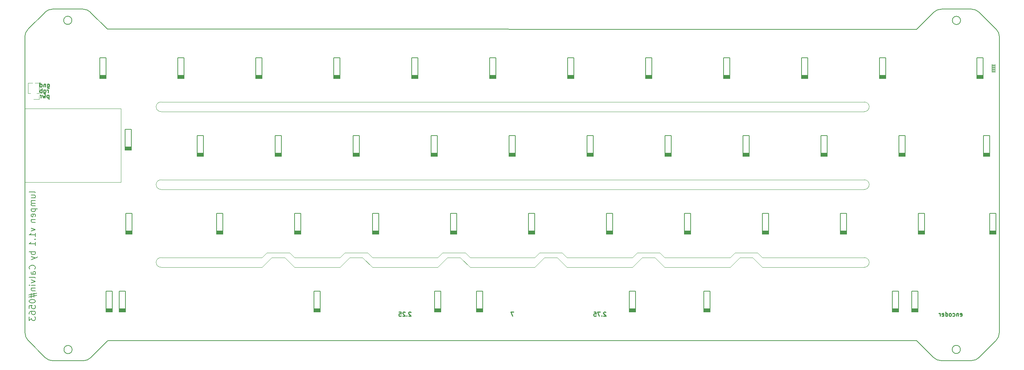
<source format=gbr>
%TF.GenerationSoftware,KiCad,Pcbnew,(7.0.0)*%
%TF.CreationDate,2023-04-22T21:46:50+02:00*%
%TF.ProjectId,lumpen,6c756d70-656e-42e6-9b69-6361645f7063,rev?*%
%TF.SameCoordinates,Original*%
%TF.FileFunction,Legend,Bot*%
%TF.FilePolarity,Positive*%
%FSLAX46Y46*%
G04 Gerber Fmt 4.6, Leading zero omitted, Abs format (unit mm)*
G04 Created by KiCad (PCBNEW (7.0.0)) date 2023-04-22 21:46:50*
%MOMM*%
%LPD*%
G01*
G04 APERTURE LIST*
%ADD10C,0.250000*%
%ADD11C,0.150000*%
%ADD12C,0.050000*%
%ADD13C,0.120000*%
%TA.AperFunction,Profile*%
%ADD14C,0.100000*%
%TD*%
%TA.AperFunction,Profile*%
%ADD15C,0.200000*%
%TD*%
G04 APERTURE END LIST*
D10*
X24923618Y-63708714D02*
X24923618Y-64708714D01*
X24923618Y-63756333D02*
X24828380Y-63708714D01*
X24828380Y-63708714D02*
X24637904Y-63708714D01*
X24637904Y-63708714D02*
X24542666Y-63756333D01*
X24542666Y-63756333D02*
X24495047Y-63803952D01*
X24495047Y-63803952D02*
X24447428Y-63899190D01*
X24447428Y-63899190D02*
X24447428Y-64184904D01*
X24447428Y-64184904D02*
X24495047Y-64280142D01*
X24495047Y-64280142D02*
X24542666Y-64327761D01*
X24542666Y-64327761D02*
X24637904Y-64375380D01*
X24637904Y-64375380D02*
X24828380Y-64375380D01*
X24828380Y-64375380D02*
X24923618Y-64327761D01*
X24114094Y-63708714D02*
X23923618Y-64375380D01*
X23923618Y-64375380D02*
X23733142Y-63899190D01*
X23733142Y-63899190D02*
X23542666Y-64375380D01*
X23542666Y-64375380D02*
X23352190Y-63708714D01*
X22971237Y-64375380D02*
X22971237Y-63708714D01*
X22971237Y-63899190D02*
X22923618Y-63803952D01*
X22923618Y-63803952D02*
X22875999Y-63756333D01*
X22875999Y-63756333D02*
X22780761Y-63708714D01*
X22780761Y-63708714D02*
X22685523Y-63708714D01*
X113363189Y-116937619D02*
X113315570Y-116890000D01*
X113315570Y-116890000D02*
X113220332Y-116842380D01*
X113220332Y-116842380D02*
X112982237Y-116842380D01*
X112982237Y-116842380D02*
X112886999Y-116890000D01*
X112886999Y-116890000D02*
X112839380Y-116937619D01*
X112839380Y-116937619D02*
X112791761Y-117032857D01*
X112791761Y-117032857D02*
X112791761Y-117128095D01*
X112791761Y-117128095D02*
X112839380Y-117270952D01*
X112839380Y-117270952D02*
X113410808Y-117842380D01*
X113410808Y-117842380D02*
X112791761Y-117842380D01*
X112363189Y-117747142D02*
X112315570Y-117794761D01*
X112315570Y-117794761D02*
X112363189Y-117842380D01*
X112363189Y-117842380D02*
X112410808Y-117794761D01*
X112410808Y-117794761D02*
X112363189Y-117747142D01*
X112363189Y-117747142D02*
X112363189Y-117842380D01*
X111934618Y-116937619D02*
X111886999Y-116890000D01*
X111886999Y-116890000D02*
X111791761Y-116842380D01*
X111791761Y-116842380D02*
X111553666Y-116842380D01*
X111553666Y-116842380D02*
X111458428Y-116890000D01*
X111458428Y-116890000D02*
X111410809Y-116937619D01*
X111410809Y-116937619D02*
X111363190Y-117032857D01*
X111363190Y-117032857D02*
X111363190Y-117128095D01*
X111363190Y-117128095D02*
X111410809Y-117270952D01*
X111410809Y-117270952D02*
X111982237Y-117842380D01*
X111982237Y-117842380D02*
X111363190Y-117842380D01*
X110458428Y-116842380D02*
X110934618Y-116842380D01*
X110934618Y-116842380D02*
X110982237Y-117318571D01*
X110982237Y-117318571D02*
X110934618Y-117270952D01*
X110934618Y-117270952D02*
X110839380Y-117223333D01*
X110839380Y-117223333D02*
X110601285Y-117223333D01*
X110601285Y-117223333D02*
X110506047Y-117270952D01*
X110506047Y-117270952D02*
X110458428Y-117318571D01*
X110458428Y-117318571D02*
X110410809Y-117413809D01*
X110410809Y-117413809D02*
X110410809Y-117651904D01*
X110410809Y-117651904D02*
X110458428Y-117747142D01*
X110458428Y-117747142D02*
X110506047Y-117794761D01*
X110506047Y-117794761D02*
X110601285Y-117842380D01*
X110601285Y-117842380D02*
X110839380Y-117842380D01*
X110839380Y-117842380D02*
X110934618Y-117794761D01*
X110934618Y-117794761D02*
X110982237Y-117747142D01*
D11*
X21633071Y-87631144D02*
X21561642Y-87488287D01*
X21561642Y-87488287D02*
X21418785Y-87416858D01*
X21418785Y-87416858D02*
X20133071Y-87416858D01*
X20633071Y-88845430D02*
X21633071Y-88845430D01*
X20633071Y-88202572D02*
X21418785Y-88202572D01*
X21418785Y-88202572D02*
X21561642Y-88274001D01*
X21561642Y-88274001D02*
X21633071Y-88416858D01*
X21633071Y-88416858D02*
X21633071Y-88631144D01*
X21633071Y-88631144D02*
X21561642Y-88774001D01*
X21561642Y-88774001D02*
X21490214Y-88845430D01*
X21633071Y-89559715D02*
X20633071Y-89559715D01*
X20775928Y-89559715D02*
X20704500Y-89631144D01*
X20704500Y-89631144D02*
X20633071Y-89774001D01*
X20633071Y-89774001D02*
X20633071Y-89988287D01*
X20633071Y-89988287D02*
X20704500Y-90131144D01*
X20704500Y-90131144D02*
X20847357Y-90202573D01*
X20847357Y-90202573D02*
X21633071Y-90202573D01*
X20847357Y-90202573D02*
X20704500Y-90274001D01*
X20704500Y-90274001D02*
X20633071Y-90416858D01*
X20633071Y-90416858D02*
X20633071Y-90631144D01*
X20633071Y-90631144D02*
X20704500Y-90774001D01*
X20704500Y-90774001D02*
X20847357Y-90845430D01*
X20847357Y-90845430D02*
X21633071Y-90845430D01*
X20633071Y-91559715D02*
X22133071Y-91559715D01*
X20704500Y-91559715D02*
X20633071Y-91702573D01*
X20633071Y-91702573D02*
X20633071Y-91988287D01*
X20633071Y-91988287D02*
X20704500Y-92131144D01*
X20704500Y-92131144D02*
X20775928Y-92202573D01*
X20775928Y-92202573D02*
X20918785Y-92274001D01*
X20918785Y-92274001D02*
X21347357Y-92274001D01*
X21347357Y-92274001D02*
X21490214Y-92202573D01*
X21490214Y-92202573D02*
X21561642Y-92131144D01*
X21561642Y-92131144D02*
X21633071Y-91988287D01*
X21633071Y-91988287D02*
X21633071Y-91702573D01*
X21633071Y-91702573D02*
X21561642Y-91559715D01*
X21561642Y-93488287D02*
X21633071Y-93345430D01*
X21633071Y-93345430D02*
X21633071Y-93059716D01*
X21633071Y-93059716D02*
X21561642Y-92916858D01*
X21561642Y-92916858D02*
X21418785Y-92845430D01*
X21418785Y-92845430D02*
X20847357Y-92845430D01*
X20847357Y-92845430D02*
X20704500Y-92916858D01*
X20704500Y-92916858D02*
X20633071Y-93059716D01*
X20633071Y-93059716D02*
X20633071Y-93345430D01*
X20633071Y-93345430D02*
X20704500Y-93488287D01*
X20704500Y-93488287D02*
X20847357Y-93559716D01*
X20847357Y-93559716D02*
X20990214Y-93559716D01*
X20990214Y-93559716D02*
X21133071Y-92845430D01*
X20633071Y-94202572D02*
X21633071Y-94202572D01*
X20775928Y-94202572D02*
X20704500Y-94274001D01*
X20704500Y-94274001D02*
X20633071Y-94416858D01*
X20633071Y-94416858D02*
X20633071Y-94631144D01*
X20633071Y-94631144D02*
X20704500Y-94774001D01*
X20704500Y-94774001D02*
X20847357Y-94845430D01*
X20847357Y-94845430D02*
X21633071Y-94845430D01*
X20633071Y-96316858D02*
X21633071Y-96674001D01*
X21633071Y-96674001D02*
X20633071Y-97031144D01*
X21633071Y-98388287D02*
X21633071Y-97531144D01*
X21633071Y-97959715D02*
X20133071Y-97959715D01*
X20133071Y-97959715D02*
X20347357Y-97816858D01*
X20347357Y-97816858D02*
X20490214Y-97674001D01*
X20490214Y-97674001D02*
X20561642Y-97531144D01*
X21490214Y-99031143D02*
X21561642Y-99102572D01*
X21561642Y-99102572D02*
X21633071Y-99031143D01*
X21633071Y-99031143D02*
X21561642Y-98959715D01*
X21561642Y-98959715D02*
X21490214Y-99031143D01*
X21490214Y-99031143D02*
X21633071Y-99031143D01*
X21633071Y-100531144D02*
X21633071Y-99674001D01*
X21633071Y-100102572D02*
X20133071Y-100102572D01*
X20133071Y-100102572D02*
X20347357Y-99959715D01*
X20347357Y-99959715D02*
X20490214Y-99816858D01*
X20490214Y-99816858D02*
X20561642Y-99674001D01*
X21633071Y-102074000D02*
X20133071Y-102074000D01*
X20704500Y-102074000D02*
X20633071Y-102216858D01*
X20633071Y-102216858D02*
X20633071Y-102502572D01*
X20633071Y-102502572D02*
X20704500Y-102645429D01*
X20704500Y-102645429D02*
X20775928Y-102716858D01*
X20775928Y-102716858D02*
X20918785Y-102788286D01*
X20918785Y-102788286D02*
X21347357Y-102788286D01*
X21347357Y-102788286D02*
X21490214Y-102716858D01*
X21490214Y-102716858D02*
X21561642Y-102645429D01*
X21561642Y-102645429D02*
X21633071Y-102502572D01*
X21633071Y-102502572D02*
X21633071Y-102216858D01*
X21633071Y-102216858D02*
X21561642Y-102074000D01*
X20633071Y-103288286D02*
X21633071Y-103645429D01*
X20633071Y-104002572D02*
X21633071Y-103645429D01*
X21633071Y-103645429D02*
X21990214Y-103502572D01*
X21990214Y-103502572D02*
X22061642Y-103431143D01*
X22061642Y-103431143D02*
X22133071Y-103288286D01*
X21490214Y-106331143D02*
X21561642Y-106259715D01*
X21561642Y-106259715D02*
X21633071Y-106045429D01*
X21633071Y-106045429D02*
X21633071Y-105902572D01*
X21633071Y-105902572D02*
X21561642Y-105688286D01*
X21561642Y-105688286D02*
X21418785Y-105545429D01*
X21418785Y-105545429D02*
X21275928Y-105474000D01*
X21275928Y-105474000D02*
X20990214Y-105402572D01*
X20990214Y-105402572D02*
X20775928Y-105402572D01*
X20775928Y-105402572D02*
X20490214Y-105474000D01*
X20490214Y-105474000D02*
X20347357Y-105545429D01*
X20347357Y-105545429D02*
X20204500Y-105688286D01*
X20204500Y-105688286D02*
X20133071Y-105902572D01*
X20133071Y-105902572D02*
X20133071Y-106045429D01*
X20133071Y-106045429D02*
X20204500Y-106259715D01*
X20204500Y-106259715D02*
X20275928Y-106331143D01*
X21633071Y-107616858D02*
X20847357Y-107616858D01*
X20847357Y-107616858D02*
X20704500Y-107545429D01*
X20704500Y-107545429D02*
X20633071Y-107402572D01*
X20633071Y-107402572D02*
X20633071Y-107116858D01*
X20633071Y-107116858D02*
X20704500Y-106974000D01*
X21561642Y-107616858D02*
X21633071Y-107474000D01*
X21633071Y-107474000D02*
X21633071Y-107116858D01*
X21633071Y-107116858D02*
X21561642Y-106974000D01*
X21561642Y-106974000D02*
X21418785Y-106902572D01*
X21418785Y-106902572D02*
X21275928Y-106902572D01*
X21275928Y-106902572D02*
X21133071Y-106974000D01*
X21133071Y-106974000D02*
X21061642Y-107116858D01*
X21061642Y-107116858D02*
X21061642Y-107474000D01*
X21061642Y-107474000D02*
X20990214Y-107616858D01*
X21633071Y-108545429D02*
X21561642Y-108402572D01*
X21561642Y-108402572D02*
X21418785Y-108331143D01*
X21418785Y-108331143D02*
X20133071Y-108331143D01*
X20633071Y-108974000D02*
X21633071Y-109331143D01*
X21633071Y-109331143D02*
X20633071Y-109688286D01*
X21633071Y-110259714D02*
X20633071Y-110259714D01*
X20133071Y-110259714D02*
X20204500Y-110188286D01*
X20204500Y-110188286D02*
X20275928Y-110259714D01*
X20275928Y-110259714D02*
X20204500Y-110331143D01*
X20204500Y-110331143D02*
X20133071Y-110259714D01*
X20133071Y-110259714D02*
X20275928Y-110259714D01*
X20633071Y-110974000D02*
X21633071Y-110974000D01*
X20775928Y-110974000D02*
X20704500Y-111045429D01*
X20704500Y-111045429D02*
X20633071Y-111188286D01*
X20633071Y-111188286D02*
X20633071Y-111402572D01*
X20633071Y-111402572D02*
X20704500Y-111545429D01*
X20704500Y-111545429D02*
X20847357Y-111616858D01*
X20847357Y-111616858D02*
X21633071Y-111616858D01*
X20633071Y-112259715D02*
X20633071Y-113331143D01*
X19990214Y-112688286D02*
X21918785Y-112259715D01*
X21275928Y-113188286D02*
X21275928Y-112116858D01*
X21918785Y-112759715D02*
X19990214Y-113188286D01*
X20133071Y-114116858D02*
X20133071Y-114259715D01*
X20133071Y-114259715D02*
X20204500Y-114402572D01*
X20204500Y-114402572D02*
X20275928Y-114474001D01*
X20275928Y-114474001D02*
X20418785Y-114545429D01*
X20418785Y-114545429D02*
X20704500Y-114616858D01*
X20704500Y-114616858D02*
X21061642Y-114616858D01*
X21061642Y-114616858D02*
X21347357Y-114545429D01*
X21347357Y-114545429D02*
X21490214Y-114474001D01*
X21490214Y-114474001D02*
X21561642Y-114402572D01*
X21561642Y-114402572D02*
X21633071Y-114259715D01*
X21633071Y-114259715D02*
X21633071Y-114116858D01*
X21633071Y-114116858D02*
X21561642Y-113974001D01*
X21561642Y-113974001D02*
X21490214Y-113902572D01*
X21490214Y-113902572D02*
X21347357Y-113831143D01*
X21347357Y-113831143D02*
X21061642Y-113759715D01*
X21061642Y-113759715D02*
X20704500Y-113759715D01*
X20704500Y-113759715D02*
X20418785Y-113831143D01*
X20418785Y-113831143D02*
X20275928Y-113902572D01*
X20275928Y-113902572D02*
X20204500Y-113974001D01*
X20204500Y-113974001D02*
X20133071Y-114116858D01*
X20133071Y-115974000D02*
X20133071Y-115259714D01*
X20133071Y-115259714D02*
X20847357Y-115188286D01*
X20847357Y-115188286D02*
X20775928Y-115259714D01*
X20775928Y-115259714D02*
X20704500Y-115402572D01*
X20704500Y-115402572D02*
X20704500Y-115759714D01*
X20704500Y-115759714D02*
X20775928Y-115902572D01*
X20775928Y-115902572D02*
X20847357Y-115974000D01*
X20847357Y-115974000D02*
X20990214Y-116045429D01*
X20990214Y-116045429D02*
X21347357Y-116045429D01*
X21347357Y-116045429D02*
X21490214Y-115974000D01*
X21490214Y-115974000D02*
X21561642Y-115902572D01*
X21561642Y-115902572D02*
X21633071Y-115759714D01*
X21633071Y-115759714D02*
X21633071Y-115402572D01*
X21633071Y-115402572D02*
X21561642Y-115259714D01*
X21561642Y-115259714D02*
X21490214Y-115188286D01*
X20133071Y-117331143D02*
X20133071Y-117045428D01*
X20133071Y-117045428D02*
X20204500Y-116902571D01*
X20204500Y-116902571D02*
X20275928Y-116831143D01*
X20275928Y-116831143D02*
X20490214Y-116688285D01*
X20490214Y-116688285D02*
X20775928Y-116616857D01*
X20775928Y-116616857D02*
X21347357Y-116616857D01*
X21347357Y-116616857D02*
X21490214Y-116688285D01*
X21490214Y-116688285D02*
X21561642Y-116759714D01*
X21561642Y-116759714D02*
X21633071Y-116902571D01*
X21633071Y-116902571D02*
X21633071Y-117188285D01*
X21633071Y-117188285D02*
X21561642Y-117331143D01*
X21561642Y-117331143D02*
X21490214Y-117402571D01*
X21490214Y-117402571D02*
X21347357Y-117474000D01*
X21347357Y-117474000D02*
X20990214Y-117474000D01*
X20990214Y-117474000D02*
X20847357Y-117402571D01*
X20847357Y-117402571D02*
X20775928Y-117331143D01*
X20775928Y-117331143D02*
X20704500Y-117188285D01*
X20704500Y-117188285D02*
X20704500Y-116902571D01*
X20704500Y-116902571D02*
X20775928Y-116759714D01*
X20775928Y-116759714D02*
X20847357Y-116688285D01*
X20847357Y-116688285D02*
X20990214Y-116616857D01*
X20133071Y-117973999D02*
X20133071Y-118902571D01*
X20133071Y-118902571D02*
X20704500Y-118402571D01*
X20704500Y-118402571D02*
X20704500Y-118616856D01*
X20704500Y-118616856D02*
X20775928Y-118759714D01*
X20775928Y-118759714D02*
X20847357Y-118831142D01*
X20847357Y-118831142D02*
X20990214Y-118902571D01*
X20990214Y-118902571D02*
X21347357Y-118902571D01*
X21347357Y-118902571D02*
X21490214Y-118831142D01*
X21490214Y-118831142D02*
X21561642Y-118759714D01*
X21561642Y-118759714D02*
X21633071Y-118616856D01*
X21633071Y-118616856D02*
X21633071Y-118188285D01*
X21633071Y-118188285D02*
X21561642Y-118045428D01*
X21561642Y-118045428D02*
X21490214Y-117973999D01*
D10*
X160988189Y-116937619D02*
X160940570Y-116890000D01*
X160940570Y-116890000D02*
X160845332Y-116842380D01*
X160845332Y-116842380D02*
X160607237Y-116842380D01*
X160607237Y-116842380D02*
X160511999Y-116890000D01*
X160511999Y-116890000D02*
X160464380Y-116937619D01*
X160464380Y-116937619D02*
X160416761Y-117032857D01*
X160416761Y-117032857D02*
X160416761Y-117128095D01*
X160416761Y-117128095D02*
X160464380Y-117270952D01*
X160464380Y-117270952D02*
X161035808Y-117842380D01*
X161035808Y-117842380D02*
X160416761Y-117842380D01*
X159988189Y-117747142D02*
X159940570Y-117794761D01*
X159940570Y-117794761D02*
X159988189Y-117842380D01*
X159988189Y-117842380D02*
X160035808Y-117794761D01*
X160035808Y-117794761D02*
X159988189Y-117747142D01*
X159988189Y-117747142D02*
X159988189Y-117842380D01*
X159607237Y-116842380D02*
X158940571Y-116842380D01*
X158940571Y-116842380D02*
X159369142Y-117842380D01*
X158083428Y-116842380D02*
X158559618Y-116842380D01*
X158559618Y-116842380D02*
X158607237Y-117318571D01*
X158607237Y-117318571D02*
X158559618Y-117270952D01*
X158559618Y-117270952D02*
X158464380Y-117223333D01*
X158464380Y-117223333D02*
X158226285Y-117223333D01*
X158226285Y-117223333D02*
X158131047Y-117270952D01*
X158131047Y-117270952D02*
X158083428Y-117318571D01*
X158083428Y-117318571D02*
X158035809Y-117413809D01*
X158035809Y-117413809D02*
X158035809Y-117651904D01*
X158035809Y-117651904D02*
X158083428Y-117747142D01*
X158083428Y-117747142D02*
X158131047Y-117794761D01*
X158131047Y-117794761D02*
X158226285Y-117842380D01*
X158226285Y-117842380D02*
X158464380Y-117842380D01*
X158464380Y-117842380D02*
X158559618Y-117794761D01*
X158559618Y-117794761D02*
X158607237Y-117747142D01*
D12*
X256125225Y-58073810D02*
X255518082Y-58073810D01*
X255518082Y-58073810D02*
X255396653Y-58083333D01*
X255396653Y-58083333D02*
X255315701Y-58102381D01*
X255315701Y-58102381D02*
X255275225Y-58130952D01*
X255275225Y-58130952D02*
X255275225Y-58150000D01*
X255275225Y-57883333D02*
X255275225Y-57978571D01*
X255275225Y-57978571D02*
X256125225Y-57978571D01*
X255356177Y-57702381D02*
X255315701Y-57711905D01*
X255315701Y-57711905D02*
X255275225Y-57740476D01*
X255275225Y-57740476D02*
X255275225Y-57759524D01*
X255275225Y-57759524D02*
X255315701Y-57788095D01*
X255315701Y-57788095D02*
X255396653Y-57807143D01*
X255396653Y-57807143D02*
X255477606Y-57816666D01*
X255477606Y-57816666D02*
X255639510Y-57826190D01*
X255639510Y-57826190D02*
X255760939Y-57826190D01*
X255760939Y-57826190D02*
X255922844Y-57816666D01*
X255922844Y-57816666D02*
X256003796Y-57807143D01*
X256003796Y-57807143D02*
X256084749Y-57788095D01*
X256084749Y-57788095D02*
X256125225Y-57759524D01*
X256125225Y-57759524D02*
X256125225Y-57740476D01*
X256125225Y-57740476D02*
X256084749Y-57711905D01*
X256084749Y-57711905D02*
X256044272Y-57702381D01*
X256125225Y-57559524D02*
X255518082Y-57559524D01*
X255518082Y-57559524D02*
X255396653Y-57569047D01*
X255396653Y-57569047D02*
X255315701Y-57588095D01*
X255315701Y-57588095D02*
X255275225Y-57616666D01*
X255275225Y-57616666D02*
X255275225Y-57635714D01*
X255275225Y-57369047D02*
X255275225Y-57464285D01*
X255275225Y-57464285D02*
X256125225Y-57464285D01*
X255356177Y-57188095D02*
X255315701Y-57197619D01*
X255315701Y-57197619D02*
X255275225Y-57226190D01*
X255275225Y-57226190D02*
X255275225Y-57245238D01*
X255275225Y-57245238D02*
X255315701Y-57273809D01*
X255315701Y-57273809D02*
X255396653Y-57292857D01*
X255396653Y-57292857D02*
X255477606Y-57302380D01*
X255477606Y-57302380D02*
X255639510Y-57311904D01*
X255639510Y-57311904D02*
X255760939Y-57311904D01*
X255760939Y-57311904D02*
X255922844Y-57302380D01*
X255922844Y-57302380D02*
X256003796Y-57292857D01*
X256003796Y-57292857D02*
X256084749Y-57273809D01*
X256084749Y-57273809D02*
X256125225Y-57245238D01*
X256125225Y-57245238D02*
X256125225Y-57226190D01*
X256125225Y-57226190D02*
X256084749Y-57197619D01*
X256084749Y-57197619D02*
X256044272Y-57188095D01*
X256125225Y-57045238D02*
X255518082Y-57045238D01*
X255518082Y-57045238D02*
X255396653Y-57054761D01*
X255396653Y-57054761D02*
X255315701Y-57073809D01*
X255315701Y-57073809D02*
X255275225Y-57102380D01*
X255275225Y-57102380D02*
X255275225Y-57121428D01*
X255275225Y-56854761D02*
X255275225Y-56949999D01*
X255275225Y-56949999D02*
X256125225Y-56949999D01*
X255356177Y-56673809D02*
X255315701Y-56683333D01*
X255315701Y-56683333D02*
X255275225Y-56711904D01*
X255275225Y-56711904D02*
X255275225Y-56730952D01*
X255275225Y-56730952D02*
X255315701Y-56759523D01*
X255315701Y-56759523D02*
X255396653Y-56778571D01*
X255396653Y-56778571D02*
X255477606Y-56788094D01*
X255477606Y-56788094D02*
X255639510Y-56797618D01*
X255639510Y-56797618D02*
X255760939Y-56797618D01*
X255760939Y-56797618D02*
X255922844Y-56788094D01*
X255922844Y-56788094D02*
X256003796Y-56778571D01*
X256003796Y-56778571D02*
X256084749Y-56759523D01*
X256084749Y-56759523D02*
X256125225Y-56730952D01*
X256125225Y-56730952D02*
X256125225Y-56711904D01*
X256125225Y-56711904D02*
X256084749Y-56683333D01*
X256084749Y-56683333D02*
X256044272Y-56673809D01*
X256125225Y-56530952D02*
X255518082Y-56530952D01*
X255518082Y-56530952D02*
X255396653Y-56540475D01*
X255396653Y-56540475D02*
X255315701Y-56559523D01*
X255315701Y-56559523D02*
X255275225Y-56588094D01*
X255275225Y-56588094D02*
X255275225Y-56607142D01*
X255275225Y-56340475D02*
X255275225Y-56435713D01*
X255275225Y-56435713D02*
X256125225Y-56435713D01*
X255356177Y-56159523D02*
X255315701Y-56169047D01*
X255315701Y-56169047D02*
X255275225Y-56197618D01*
X255275225Y-56197618D02*
X255275225Y-56216666D01*
X255275225Y-56216666D02*
X255315701Y-56245237D01*
X255315701Y-56245237D02*
X255396653Y-56264285D01*
X255396653Y-56264285D02*
X255477606Y-56273808D01*
X255477606Y-56273808D02*
X255639510Y-56283332D01*
X255639510Y-56283332D02*
X255760939Y-56283332D01*
X255760939Y-56283332D02*
X255922844Y-56273808D01*
X255922844Y-56273808D02*
X256003796Y-56264285D01*
X256003796Y-56264285D02*
X256084749Y-56245237D01*
X256084749Y-56245237D02*
X256125225Y-56216666D01*
X256125225Y-56216666D02*
X256125225Y-56197618D01*
X256125225Y-56197618D02*
X256084749Y-56169047D01*
X256084749Y-56169047D02*
X256044272Y-56159523D01*
D10*
X247570333Y-117794761D02*
X247665571Y-117842380D01*
X247665571Y-117842380D02*
X247856047Y-117842380D01*
X247856047Y-117842380D02*
X247951285Y-117794761D01*
X247951285Y-117794761D02*
X247998904Y-117699523D01*
X247998904Y-117699523D02*
X247998904Y-117318571D01*
X247998904Y-117318571D02*
X247951285Y-117223333D01*
X247951285Y-117223333D02*
X247856047Y-117175714D01*
X247856047Y-117175714D02*
X247665571Y-117175714D01*
X247665571Y-117175714D02*
X247570333Y-117223333D01*
X247570333Y-117223333D02*
X247522714Y-117318571D01*
X247522714Y-117318571D02*
X247522714Y-117413809D01*
X247522714Y-117413809D02*
X247998904Y-117509047D01*
X247094142Y-117175714D02*
X247094142Y-117842380D01*
X247094142Y-117270952D02*
X247046523Y-117223333D01*
X247046523Y-117223333D02*
X246951285Y-117175714D01*
X246951285Y-117175714D02*
X246808428Y-117175714D01*
X246808428Y-117175714D02*
X246713190Y-117223333D01*
X246713190Y-117223333D02*
X246665571Y-117318571D01*
X246665571Y-117318571D02*
X246665571Y-117842380D01*
X245760809Y-117794761D02*
X245856047Y-117842380D01*
X245856047Y-117842380D02*
X246046523Y-117842380D01*
X246046523Y-117842380D02*
X246141761Y-117794761D01*
X246141761Y-117794761D02*
X246189380Y-117747142D01*
X246189380Y-117747142D02*
X246236999Y-117651904D01*
X246236999Y-117651904D02*
X246236999Y-117366190D01*
X246236999Y-117366190D02*
X246189380Y-117270952D01*
X246189380Y-117270952D02*
X246141761Y-117223333D01*
X246141761Y-117223333D02*
X246046523Y-117175714D01*
X246046523Y-117175714D02*
X245856047Y-117175714D01*
X245856047Y-117175714D02*
X245760809Y-117223333D01*
X245189380Y-117842380D02*
X245284618Y-117794761D01*
X245284618Y-117794761D02*
X245332237Y-117747142D01*
X245332237Y-117747142D02*
X245379856Y-117651904D01*
X245379856Y-117651904D02*
X245379856Y-117366190D01*
X245379856Y-117366190D02*
X245332237Y-117270952D01*
X245332237Y-117270952D02*
X245284618Y-117223333D01*
X245284618Y-117223333D02*
X245189380Y-117175714D01*
X245189380Y-117175714D02*
X245046523Y-117175714D01*
X245046523Y-117175714D02*
X244951285Y-117223333D01*
X244951285Y-117223333D02*
X244903666Y-117270952D01*
X244903666Y-117270952D02*
X244856047Y-117366190D01*
X244856047Y-117366190D02*
X244856047Y-117651904D01*
X244856047Y-117651904D02*
X244903666Y-117747142D01*
X244903666Y-117747142D02*
X244951285Y-117794761D01*
X244951285Y-117794761D02*
X245046523Y-117842380D01*
X245046523Y-117842380D02*
X245189380Y-117842380D01*
X243998904Y-117842380D02*
X243998904Y-116842380D01*
X243998904Y-117794761D02*
X244094142Y-117842380D01*
X244094142Y-117842380D02*
X244284618Y-117842380D01*
X244284618Y-117842380D02*
X244379856Y-117794761D01*
X244379856Y-117794761D02*
X244427475Y-117747142D01*
X244427475Y-117747142D02*
X244475094Y-117651904D01*
X244475094Y-117651904D02*
X244475094Y-117366190D01*
X244475094Y-117366190D02*
X244427475Y-117270952D01*
X244427475Y-117270952D02*
X244379856Y-117223333D01*
X244379856Y-117223333D02*
X244284618Y-117175714D01*
X244284618Y-117175714D02*
X244094142Y-117175714D01*
X244094142Y-117175714D02*
X243998904Y-117223333D01*
X243141761Y-117794761D02*
X243236999Y-117842380D01*
X243236999Y-117842380D02*
X243427475Y-117842380D01*
X243427475Y-117842380D02*
X243522713Y-117794761D01*
X243522713Y-117794761D02*
X243570332Y-117699523D01*
X243570332Y-117699523D02*
X243570332Y-117318571D01*
X243570332Y-117318571D02*
X243522713Y-117223333D01*
X243522713Y-117223333D02*
X243427475Y-117175714D01*
X243427475Y-117175714D02*
X243236999Y-117175714D01*
X243236999Y-117175714D02*
X243141761Y-117223333D01*
X243141761Y-117223333D02*
X243094142Y-117318571D01*
X243094142Y-117318571D02*
X243094142Y-117413809D01*
X243094142Y-117413809D02*
X243570332Y-117509047D01*
X242665570Y-117842380D02*
X242665570Y-117175714D01*
X242665570Y-117366190D02*
X242617951Y-117270952D01*
X242617951Y-117270952D02*
X242570332Y-117223333D01*
X242570332Y-117223333D02*
X242475094Y-117175714D01*
X242475094Y-117175714D02*
X242379856Y-117175714D01*
X138445832Y-116842380D02*
X137779166Y-116842380D01*
X137779166Y-116842380D02*
X138207737Y-117842380D01*
X24566476Y-61041714D02*
X24566476Y-61851238D01*
X24566476Y-61851238D02*
X24614095Y-61946476D01*
X24614095Y-61946476D02*
X24661714Y-61994095D01*
X24661714Y-61994095D02*
X24756952Y-62041714D01*
X24756952Y-62041714D02*
X24899809Y-62041714D01*
X24899809Y-62041714D02*
X24995047Y-61994095D01*
X24566476Y-61660761D02*
X24661714Y-61708380D01*
X24661714Y-61708380D02*
X24852190Y-61708380D01*
X24852190Y-61708380D02*
X24947428Y-61660761D01*
X24947428Y-61660761D02*
X24995047Y-61613142D01*
X24995047Y-61613142D02*
X25042666Y-61517904D01*
X25042666Y-61517904D02*
X25042666Y-61232190D01*
X25042666Y-61232190D02*
X24995047Y-61136952D01*
X24995047Y-61136952D02*
X24947428Y-61089333D01*
X24947428Y-61089333D02*
X24852190Y-61041714D01*
X24852190Y-61041714D02*
X24661714Y-61041714D01*
X24661714Y-61041714D02*
X24566476Y-61089333D01*
X24090285Y-61041714D02*
X24090285Y-61708380D01*
X24090285Y-61136952D02*
X24042666Y-61089333D01*
X24042666Y-61089333D02*
X23947428Y-61041714D01*
X23947428Y-61041714D02*
X23804571Y-61041714D01*
X23804571Y-61041714D02*
X23709333Y-61089333D01*
X23709333Y-61089333D02*
X23661714Y-61184571D01*
X23661714Y-61184571D02*
X23661714Y-61708380D01*
X22756952Y-61708380D02*
X22756952Y-60708380D01*
X22756952Y-61660761D02*
X22852190Y-61708380D01*
X22852190Y-61708380D02*
X23042666Y-61708380D01*
X23042666Y-61708380D02*
X23137904Y-61660761D01*
X23137904Y-61660761D02*
X23185523Y-61613142D01*
X23185523Y-61613142D02*
X23233142Y-61517904D01*
X23233142Y-61517904D02*
X23233142Y-61232190D01*
X23233142Y-61232190D02*
X23185523Y-61136952D01*
X23185523Y-61136952D02*
X23137904Y-61089333D01*
X23137904Y-61089333D02*
X23042666Y-61041714D01*
X23042666Y-61041714D02*
X22852190Y-61041714D01*
X22852190Y-61041714D02*
X22756952Y-61089333D01*
X24725190Y-63105380D02*
X24725190Y-62438714D01*
X24725190Y-62629190D02*
X24677571Y-62533952D01*
X24677571Y-62533952D02*
X24629952Y-62486333D01*
X24629952Y-62486333D02*
X24534714Y-62438714D01*
X24534714Y-62438714D02*
X24439476Y-62438714D01*
X23677571Y-62438714D02*
X23677571Y-63248238D01*
X23677571Y-63248238D02*
X23725190Y-63343476D01*
X23725190Y-63343476D02*
X23772809Y-63391095D01*
X23772809Y-63391095D02*
X23868047Y-63438714D01*
X23868047Y-63438714D02*
X24010904Y-63438714D01*
X24010904Y-63438714D02*
X24106142Y-63391095D01*
X23677571Y-63057761D02*
X23772809Y-63105380D01*
X23772809Y-63105380D02*
X23963285Y-63105380D01*
X23963285Y-63105380D02*
X24058523Y-63057761D01*
X24058523Y-63057761D02*
X24106142Y-63010142D01*
X24106142Y-63010142D02*
X24153761Y-62914904D01*
X24153761Y-62914904D02*
X24153761Y-62629190D01*
X24153761Y-62629190D02*
X24106142Y-62533952D01*
X24106142Y-62533952D02*
X24058523Y-62486333D01*
X24058523Y-62486333D02*
X23963285Y-62438714D01*
X23963285Y-62438714D02*
X23772809Y-62438714D01*
X23772809Y-62438714D02*
X23677571Y-62486333D01*
X23201380Y-63105380D02*
X23201380Y-62105380D01*
X23201380Y-62486333D02*
X23106142Y-62438714D01*
X23106142Y-62438714D02*
X22915666Y-62438714D01*
X22915666Y-62438714D02*
X22820428Y-62486333D01*
X22820428Y-62486333D02*
X22772809Y-62533952D01*
X22772809Y-62533952D02*
X22725190Y-62629190D01*
X22725190Y-62629190D02*
X22725190Y-62914904D01*
X22725190Y-62914904D02*
X22772809Y-63010142D01*
X22772809Y-63010142D02*
X22820428Y-63057761D01*
X22820428Y-63057761D02*
X22915666Y-63105380D01*
X22915666Y-63105380D02*
X23106142Y-63105380D01*
X23106142Y-63105380D02*
X23201380Y-63057761D01*
D13*
%TO.C,RZ1*%
X42503000Y-67041000D02*
X42503000Y-85041000D01*
X19003000Y-67041000D02*
X42503000Y-67041000D01*
X42503000Y-85041000D02*
X19003000Y-85041000D01*
X19003000Y-85041000D02*
X19003000Y-67041000D01*
D11*
%TO.C,D1*%
X38862000Y-54610000D02*
X37338000Y-54610000D01*
X37338000Y-54610000D02*
X37338000Y-59690000D01*
X37338000Y-58928000D02*
X38862000Y-58928000D01*
X37338000Y-59055000D02*
X38862000Y-59055000D01*
X38862000Y-59182000D02*
X37338000Y-59182000D01*
X37338000Y-59309000D02*
X38862000Y-59309000D01*
X38862000Y-59436000D02*
X37338000Y-59436000D01*
X37338000Y-59563000D02*
X38862000Y-59563000D01*
X38862000Y-59690000D02*
X38862000Y-54610000D01*
X37338000Y-59690000D02*
X38862000Y-59690000D01*
%TO.C,D41*%
X232537000Y-111760000D02*
X231013000Y-111760000D01*
X231013000Y-111760000D02*
X231013000Y-116840000D01*
X231013000Y-116078000D02*
X232537000Y-116078000D01*
X231013000Y-116205000D02*
X232537000Y-116205000D01*
X232537000Y-116332000D02*
X231013000Y-116332000D01*
X231013000Y-116459000D02*
X232537000Y-116459000D01*
X232537000Y-116586000D02*
X231013000Y-116586000D01*
X231013000Y-116713000D02*
X232537000Y-116713000D01*
X232537000Y-116840000D02*
X232537000Y-111760000D01*
X231013000Y-116840000D02*
X232537000Y-116840000D01*
%TO.C,D9*%
X43624500Y-111760000D02*
X42100500Y-111760000D01*
X42100500Y-111760000D02*
X42100500Y-116840000D01*
X42100500Y-116078000D02*
X43624500Y-116078000D01*
X42100500Y-116205000D02*
X43624500Y-116205000D01*
X43624500Y-116332000D02*
X42100500Y-116332000D01*
X42100500Y-116459000D02*
X43624500Y-116459000D01*
X43624500Y-116586000D02*
X42100500Y-116586000D01*
X42100500Y-116713000D02*
X43624500Y-116713000D01*
X43624500Y-116840000D02*
X43624500Y-111760000D01*
X42100500Y-116840000D02*
X43624500Y-116840000D01*
%TO.C,D21*%
X134112000Y-54610000D02*
X132588000Y-54610000D01*
X132588000Y-54610000D02*
X132588000Y-59690000D01*
X132588000Y-58928000D02*
X134112000Y-58928000D01*
X132588000Y-59055000D02*
X134112000Y-59055000D01*
X134112000Y-59182000D02*
X132588000Y-59182000D01*
X132588000Y-59309000D02*
X134112000Y-59309000D01*
X134112000Y-59436000D02*
X132588000Y-59436000D01*
X132588000Y-59563000D02*
X134112000Y-59563000D01*
X134112000Y-59690000D02*
X134112000Y-54610000D01*
X132588000Y-59690000D02*
X134112000Y-59690000D01*
%TO.C,D44*%
X254762000Y-73660000D02*
X253238000Y-73660000D01*
X253238000Y-73660000D02*
X253238000Y-78740000D01*
X253238000Y-77978000D02*
X254762000Y-77978000D01*
X253238000Y-78105000D02*
X254762000Y-78105000D01*
X254762000Y-78232000D02*
X253238000Y-78232000D01*
X253238000Y-78359000D02*
X254762000Y-78359000D01*
X254762000Y-78486000D02*
X253238000Y-78486000D01*
X253238000Y-78613000D02*
X254762000Y-78613000D01*
X254762000Y-78740000D02*
X254762000Y-73660000D01*
X253238000Y-78740000D02*
X254762000Y-78740000D01*
%TO.C,D28*%
X172212000Y-54610000D02*
X170688000Y-54610000D01*
X170688000Y-54610000D02*
X170688000Y-59690000D01*
X170688000Y-58928000D02*
X172212000Y-58928000D01*
X170688000Y-59055000D02*
X172212000Y-59055000D01*
X172212000Y-59182000D02*
X170688000Y-59182000D01*
X170688000Y-59309000D02*
X172212000Y-59309000D01*
X172212000Y-59436000D02*
X170688000Y-59436000D01*
X170688000Y-59563000D02*
X172212000Y-59563000D01*
X172212000Y-59690000D02*
X172212000Y-54610000D01*
X170688000Y-59690000D02*
X172212000Y-59690000D01*
%TO.C,D13*%
X96012000Y-54610000D02*
X94488000Y-54610000D01*
X94488000Y-54610000D02*
X94488000Y-59690000D01*
X94488000Y-58928000D02*
X96012000Y-58928000D01*
X94488000Y-59055000D02*
X96012000Y-59055000D01*
X96012000Y-59182000D02*
X94488000Y-59182000D01*
X94488000Y-59309000D02*
X96012000Y-59309000D01*
X96012000Y-59436000D02*
X94488000Y-59436000D01*
X94488000Y-59563000D02*
X96012000Y-59563000D01*
X96012000Y-59690000D02*
X96012000Y-54610000D01*
X94488000Y-59690000D02*
X96012000Y-59690000D01*
%TO.C,D33*%
X200787000Y-92710000D02*
X199263000Y-92710000D01*
X199263000Y-92710000D02*
X199263000Y-97790000D01*
X199263000Y-97028000D02*
X200787000Y-97028000D01*
X199263000Y-97155000D02*
X200787000Y-97155000D01*
X200787000Y-97282000D02*
X199263000Y-97282000D01*
X199263000Y-97409000D02*
X200787000Y-97409000D01*
X200787000Y-97536000D02*
X199263000Y-97536000D01*
X199263000Y-97663000D02*
X200787000Y-97663000D01*
X200787000Y-97790000D02*
X200787000Y-92710000D01*
X199263000Y-97790000D02*
X200787000Y-97790000D01*
%TO.C,D6*%
X57912000Y-54610000D02*
X56388000Y-54610000D01*
X56388000Y-54610000D02*
X56388000Y-59690000D01*
X56388000Y-58928000D02*
X57912000Y-58928000D01*
X56388000Y-59055000D02*
X57912000Y-59055000D01*
X57912000Y-59182000D02*
X56388000Y-59182000D01*
X56388000Y-59309000D02*
X57912000Y-59309000D01*
X57912000Y-59436000D02*
X56388000Y-59436000D01*
X56388000Y-59563000D02*
X57912000Y-59563000D01*
X57912000Y-59690000D02*
X57912000Y-54610000D01*
X56388000Y-59690000D02*
X57912000Y-59690000D01*
%TO.C,D37*%
X215074500Y-73660000D02*
X213550500Y-73660000D01*
X213550500Y-73660000D02*
X213550500Y-78740000D01*
X213550500Y-77978000D02*
X215074500Y-77978000D01*
X213550500Y-78105000D02*
X215074500Y-78105000D01*
X215074500Y-78232000D02*
X213550500Y-78232000D01*
X213550500Y-78359000D02*
X215074500Y-78359000D01*
X215074500Y-78486000D02*
X213550500Y-78486000D01*
X213550500Y-78613000D02*
X215074500Y-78613000D01*
X215074500Y-78740000D02*
X215074500Y-73660000D01*
X213550500Y-78740000D02*
X215074500Y-78740000D01*
%TO.C,D19*%
X153162000Y-54610000D02*
X151638000Y-54610000D01*
X151638000Y-54610000D02*
X151638000Y-59690000D01*
X151638000Y-58928000D02*
X153162000Y-58928000D01*
X151638000Y-59055000D02*
X153162000Y-59055000D01*
X153162000Y-59182000D02*
X151638000Y-59182000D01*
X151638000Y-59309000D02*
X153162000Y-59309000D01*
X153162000Y-59436000D02*
X151638000Y-59436000D01*
X151638000Y-59563000D02*
X153162000Y-59563000D01*
X153162000Y-59690000D02*
X153162000Y-54610000D01*
X151638000Y-59690000D02*
X153162000Y-59690000D01*
%TO.C,D39*%
X234124500Y-73660000D02*
X232600500Y-73660000D01*
X232600500Y-73660000D02*
X232600500Y-78740000D01*
X232600500Y-77978000D02*
X234124500Y-77978000D01*
X232600500Y-78105000D02*
X234124500Y-78105000D01*
X234124500Y-78232000D02*
X232600500Y-78232000D01*
X232600500Y-78359000D02*
X234124500Y-78359000D01*
X234124500Y-78486000D02*
X232600500Y-78486000D01*
X232600500Y-78613000D02*
X234124500Y-78613000D01*
X234124500Y-78740000D02*
X234124500Y-73660000D01*
X232600500Y-78740000D02*
X234124500Y-78740000D01*
%TO.C,D7*%
X62674500Y-73660000D02*
X61150500Y-73660000D01*
X61150500Y-73660000D02*
X61150500Y-78740000D01*
X61150500Y-77978000D02*
X62674500Y-77978000D01*
X61150500Y-78105000D02*
X62674500Y-78105000D01*
X62674500Y-78232000D02*
X61150500Y-78232000D01*
X61150500Y-78359000D02*
X62674500Y-78359000D01*
X62674500Y-78486000D02*
X61150500Y-78486000D01*
X61150500Y-78613000D02*
X62674500Y-78613000D01*
X62674500Y-78740000D02*
X62674500Y-73660000D01*
X61150500Y-78740000D02*
X62674500Y-78740000D01*
%TO.C,D36*%
X210312000Y-54610000D02*
X208788000Y-54610000D01*
X208788000Y-54610000D02*
X208788000Y-59690000D01*
X208788000Y-58928000D02*
X210312000Y-58928000D01*
X208788000Y-59055000D02*
X210312000Y-59055000D01*
X210312000Y-59182000D02*
X208788000Y-59182000D01*
X208788000Y-59309000D02*
X210312000Y-59309000D01*
X210312000Y-59436000D02*
X208788000Y-59436000D01*
X208788000Y-59563000D02*
X210312000Y-59563000D01*
X210312000Y-59690000D02*
X210312000Y-54610000D01*
X208788000Y-59690000D02*
X210312000Y-59690000D01*
%TO.C,D24*%
X130937000Y-111760000D02*
X129413000Y-111760000D01*
X129413000Y-111760000D02*
X129413000Y-116840000D01*
X129413000Y-116078000D02*
X130937000Y-116078000D01*
X129413000Y-116205000D02*
X130937000Y-116205000D01*
X130937000Y-116332000D02*
X129413000Y-116332000D01*
X129413000Y-116459000D02*
X130937000Y-116459000D01*
X130937000Y-116586000D02*
X129413000Y-116586000D01*
X129413000Y-116713000D02*
X130937000Y-116713000D01*
X130937000Y-116840000D02*
X130937000Y-111760000D01*
X129413000Y-116840000D02*
X130937000Y-116840000D01*
%TO.C,D22*%
X138874500Y-73660000D02*
X137350500Y-73660000D01*
X137350500Y-73660000D02*
X137350500Y-78740000D01*
X137350500Y-77978000D02*
X138874500Y-77978000D01*
X137350500Y-78105000D02*
X138874500Y-78105000D01*
X138874500Y-78232000D02*
X137350500Y-78232000D01*
X137350500Y-78359000D02*
X138874500Y-78359000D01*
X138874500Y-78486000D02*
X137350500Y-78486000D01*
X137350500Y-78613000D02*
X138874500Y-78613000D01*
X138874500Y-78740000D02*
X138874500Y-73660000D01*
X137350500Y-78740000D02*
X138874500Y-78740000D01*
%TO.C,D18*%
X124587000Y-92710000D02*
X123063000Y-92710000D01*
X123063000Y-92710000D02*
X123063000Y-97790000D01*
X123063000Y-97028000D02*
X124587000Y-97028000D01*
X123063000Y-97155000D02*
X124587000Y-97155000D01*
X124587000Y-97282000D02*
X123063000Y-97282000D01*
X123063000Y-97409000D02*
X124587000Y-97409000D01*
X124587000Y-97536000D02*
X123063000Y-97536000D01*
X123063000Y-97663000D02*
X124587000Y-97663000D01*
X124587000Y-97790000D02*
X124587000Y-92710000D01*
X123063000Y-97790000D02*
X124587000Y-97790000D01*
%TO.C,D31*%
X191262000Y-54610000D02*
X189738000Y-54610000D01*
X189738000Y-54610000D02*
X189738000Y-59690000D01*
X189738000Y-58928000D02*
X191262000Y-58928000D01*
X189738000Y-59055000D02*
X191262000Y-59055000D01*
X191262000Y-59182000D02*
X189738000Y-59182000D01*
X189738000Y-59309000D02*
X191262000Y-59309000D01*
X191262000Y-59436000D02*
X189738000Y-59436000D01*
X189738000Y-59563000D02*
X191262000Y-59563000D01*
X191262000Y-59690000D02*
X191262000Y-54610000D01*
X189738000Y-59690000D02*
X191262000Y-59690000D01*
%TO.C,D35*%
X186499500Y-111760000D02*
X184975500Y-111760000D01*
X184975500Y-111760000D02*
X184975500Y-116840000D01*
X184975500Y-116078000D02*
X186499500Y-116078000D01*
X184975500Y-116205000D02*
X186499500Y-116205000D01*
X186499500Y-116332000D02*
X184975500Y-116332000D01*
X184975500Y-116459000D02*
X186499500Y-116459000D01*
X186499500Y-116586000D02*
X184975500Y-116586000D01*
X184975500Y-116713000D02*
X186499500Y-116713000D01*
X186499500Y-116840000D02*
X186499500Y-111760000D01*
X184975500Y-116840000D02*
X186499500Y-116840000D01*
%TO.C,D16*%
X115062000Y-54610000D02*
X113538000Y-54610000D01*
X113538000Y-54610000D02*
X113538000Y-59690000D01*
X113538000Y-58928000D02*
X115062000Y-58928000D01*
X113538000Y-59055000D02*
X115062000Y-59055000D01*
X115062000Y-59182000D02*
X113538000Y-59182000D01*
X113538000Y-59309000D02*
X115062000Y-59309000D01*
X115062000Y-59436000D02*
X113538000Y-59436000D01*
X113538000Y-59563000D02*
X115062000Y-59563000D01*
X115062000Y-59690000D02*
X115062000Y-54610000D01*
X113538000Y-59690000D02*
X115062000Y-59690000D01*
%TO.C,D25*%
X157924500Y-73660000D02*
X156400500Y-73660000D01*
X156400500Y-73660000D02*
X156400500Y-78740000D01*
X156400500Y-77978000D02*
X157924500Y-77978000D01*
X156400500Y-78105000D02*
X157924500Y-78105000D01*
X157924500Y-78232000D02*
X156400500Y-78232000D01*
X156400500Y-78359000D02*
X157924500Y-78359000D01*
X157924500Y-78486000D02*
X156400500Y-78486000D01*
X156400500Y-78613000D02*
X157924500Y-78613000D01*
X157924500Y-78740000D02*
X157924500Y-73660000D01*
X156400500Y-78740000D02*
X157924500Y-78740000D01*
%TO.C,D8*%
X67437000Y-92710000D02*
X65913000Y-92710000D01*
X65913000Y-92710000D02*
X65913000Y-97790000D01*
X65913000Y-97028000D02*
X67437000Y-97028000D01*
X65913000Y-97155000D02*
X67437000Y-97155000D01*
X67437000Y-97282000D02*
X65913000Y-97282000D01*
X65913000Y-97409000D02*
X67437000Y-97409000D01*
X67437000Y-97536000D02*
X65913000Y-97536000D01*
X65913000Y-97663000D02*
X67437000Y-97663000D01*
X67437000Y-97790000D02*
X67437000Y-92710000D01*
X65913000Y-97790000D02*
X67437000Y-97790000D01*
%TO.C,D11*%
X86487000Y-92710000D02*
X84963000Y-92710000D01*
X84963000Y-92710000D02*
X84963000Y-97790000D01*
X84963000Y-97028000D02*
X86487000Y-97028000D01*
X84963000Y-97155000D02*
X86487000Y-97155000D01*
X86487000Y-97282000D02*
X84963000Y-97282000D01*
X84963000Y-97409000D02*
X86487000Y-97409000D01*
X86487000Y-97536000D02*
X84963000Y-97536000D01*
X84963000Y-97663000D02*
X86487000Y-97663000D01*
X86487000Y-97790000D02*
X86487000Y-92710000D01*
X84963000Y-97790000D02*
X86487000Y-97790000D01*
%TO.C,D4*%
X40449500Y-111760000D02*
X38925500Y-111760000D01*
X38925500Y-111760000D02*
X38925500Y-116840000D01*
X38925500Y-116078000D02*
X40449500Y-116078000D01*
X38925500Y-116205000D02*
X40449500Y-116205000D01*
X40449500Y-116332000D02*
X38925500Y-116332000D01*
X38925500Y-116459000D02*
X40449500Y-116459000D01*
X40449500Y-116586000D02*
X38925500Y-116586000D01*
X38925500Y-116713000D02*
X40449500Y-116713000D01*
X40449500Y-116840000D02*
X40449500Y-111760000D01*
X38925500Y-116840000D02*
X40449500Y-116840000D01*
%TO.C,D15*%
X105537000Y-92710000D02*
X104013000Y-92710000D01*
X104013000Y-92710000D02*
X104013000Y-97790000D01*
X104013000Y-97028000D02*
X105537000Y-97028000D01*
X104013000Y-97155000D02*
X105537000Y-97155000D01*
X105537000Y-97282000D02*
X104013000Y-97282000D01*
X104013000Y-97409000D02*
X105537000Y-97409000D01*
X105537000Y-97536000D02*
X104013000Y-97536000D01*
X104013000Y-97663000D02*
X105537000Y-97663000D01*
X105537000Y-97790000D02*
X105537000Y-92710000D01*
X104013000Y-97790000D02*
X105537000Y-97790000D01*
%TO.C,D30*%
X181737000Y-92710000D02*
X180213000Y-92710000D01*
X180213000Y-92710000D02*
X180213000Y-97790000D01*
X180213000Y-97028000D02*
X181737000Y-97028000D01*
X180213000Y-97155000D02*
X181737000Y-97155000D01*
X181737000Y-97282000D02*
X180213000Y-97282000D01*
X180213000Y-97409000D02*
X181737000Y-97409000D01*
X181737000Y-97536000D02*
X180213000Y-97536000D01*
X180213000Y-97663000D02*
X181737000Y-97663000D01*
X181737000Y-97790000D02*
X181737000Y-92710000D01*
X180213000Y-97790000D02*
X181737000Y-97790000D01*
%TO.C,D45*%
X256349500Y-92710000D02*
X254825500Y-92710000D01*
X254825500Y-92710000D02*
X254825500Y-97790000D01*
X254825500Y-97028000D02*
X256349500Y-97028000D01*
X254825500Y-97155000D02*
X256349500Y-97155000D01*
X256349500Y-97282000D02*
X254825500Y-97282000D01*
X254825500Y-97409000D02*
X256349500Y-97409000D01*
X256349500Y-97536000D02*
X254825500Y-97536000D01*
X254825500Y-97663000D02*
X256349500Y-97663000D01*
X256349500Y-97790000D02*
X256349500Y-92710000D01*
X254825500Y-97790000D02*
X256349500Y-97790000D01*
%TO.C,D14*%
X100774500Y-73660000D02*
X99250500Y-73660000D01*
X99250500Y-73660000D02*
X99250500Y-78740000D01*
X99250500Y-77978000D02*
X100774500Y-77978000D01*
X99250500Y-78105000D02*
X100774500Y-78105000D01*
X100774500Y-78232000D02*
X99250500Y-78232000D01*
X99250500Y-78359000D02*
X100774500Y-78359000D01*
X100774500Y-78486000D02*
X99250500Y-78486000D01*
X99250500Y-78613000D02*
X100774500Y-78613000D01*
X100774500Y-78740000D02*
X100774500Y-73660000D01*
X99250500Y-78740000D02*
X100774500Y-78740000D01*
%TO.C,D10*%
X81724500Y-73660000D02*
X80200500Y-73660000D01*
X80200500Y-73660000D02*
X80200500Y-78740000D01*
X80200500Y-77978000D02*
X81724500Y-77978000D01*
X80200500Y-78105000D02*
X81724500Y-78105000D01*
X81724500Y-78232000D02*
X80200500Y-78232000D01*
X80200500Y-78359000D02*
X81724500Y-78359000D01*
X81724500Y-78486000D02*
X80200500Y-78486000D01*
X80200500Y-78613000D02*
X81724500Y-78613000D01*
X81724500Y-78740000D02*
X81724500Y-73660000D01*
X80200500Y-78740000D02*
X81724500Y-78740000D01*
%TO.C,D5*%
X76962000Y-54610000D02*
X75438000Y-54610000D01*
X75438000Y-54610000D02*
X75438000Y-59690000D01*
X75438000Y-58928000D02*
X76962000Y-58928000D01*
X75438000Y-59055000D02*
X76962000Y-59055000D01*
X76962000Y-59182000D02*
X75438000Y-59182000D01*
X75438000Y-59309000D02*
X76962000Y-59309000D01*
X76962000Y-59436000D02*
X75438000Y-59436000D01*
X75438000Y-59563000D02*
X76962000Y-59563000D01*
X76962000Y-59690000D02*
X76962000Y-54610000D01*
X75438000Y-59690000D02*
X76962000Y-59690000D01*
%TO.C,D26*%
X162687000Y-92710000D02*
X161163000Y-92710000D01*
X161163000Y-92710000D02*
X161163000Y-97790000D01*
X161163000Y-97028000D02*
X162687000Y-97028000D01*
X161163000Y-97155000D02*
X162687000Y-97155000D01*
X162687000Y-97282000D02*
X161163000Y-97282000D01*
X161163000Y-97409000D02*
X162687000Y-97409000D01*
X162687000Y-97536000D02*
X161163000Y-97536000D01*
X161163000Y-97663000D02*
X162687000Y-97663000D01*
X162687000Y-97790000D02*
X162687000Y-92710000D01*
X161163000Y-97790000D02*
X162687000Y-97790000D01*
%TO.C,D29*%
X176974500Y-73660000D02*
X175450500Y-73660000D01*
X175450500Y-73660000D02*
X175450500Y-78740000D01*
X175450500Y-77978000D02*
X176974500Y-77978000D01*
X175450500Y-78105000D02*
X176974500Y-78105000D01*
X176974500Y-78232000D02*
X175450500Y-78232000D01*
X175450500Y-78359000D02*
X176974500Y-78359000D01*
X176974500Y-78486000D02*
X175450500Y-78486000D01*
X175450500Y-78613000D02*
X176974500Y-78613000D01*
X176974500Y-78740000D02*
X176974500Y-73660000D01*
X175450500Y-78740000D02*
X176974500Y-78740000D01*
%TO.C,D2*%
X45085000Y-72072500D02*
X43561000Y-72072500D01*
X43561000Y-72072500D02*
X43561000Y-77152500D01*
X43561000Y-76390500D02*
X45085000Y-76390500D01*
X43561000Y-76517500D02*
X45085000Y-76517500D01*
X45085000Y-76644500D02*
X43561000Y-76644500D01*
X43561000Y-76771500D02*
X45085000Y-76771500D01*
X45085000Y-76898500D02*
X43561000Y-76898500D01*
X43561000Y-77025500D02*
X45085000Y-77025500D01*
X45085000Y-77152500D02*
X45085000Y-72072500D01*
X43561000Y-77152500D02*
X45085000Y-77152500D01*
%TO.C,D12*%
X91249500Y-111760000D02*
X89725500Y-111760000D01*
X89725500Y-111760000D02*
X89725500Y-116840000D01*
X89725500Y-116078000D02*
X91249500Y-116078000D01*
X89725500Y-116205000D02*
X91249500Y-116205000D01*
X91249500Y-116332000D02*
X89725500Y-116332000D01*
X89725500Y-116459000D02*
X91249500Y-116459000D01*
X91249500Y-116586000D02*
X89725500Y-116586000D01*
X89725500Y-116713000D02*
X91249500Y-116713000D01*
X91249500Y-116840000D02*
X91249500Y-111760000D01*
X89725500Y-116840000D02*
X91249500Y-116840000D01*
%TO.C,D23*%
X143637000Y-92710000D02*
X142113000Y-92710000D01*
X142113000Y-92710000D02*
X142113000Y-97790000D01*
X142113000Y-97028000D02*
X143637000Y-97028000D01*
X142113000Y-97155000D02*
X143637000Y-97155000D01*
X143637000Y-97282000D02*
X142113000Y-97282000D01*
X142113000Y-97409000D02*
X143637000Y-97409000D01*
X143637000Y-97536000D02*
X142113000Y-97536000D01*
X142113000Y-97663000D02*
X143637000Y-97663000D01*
X143637000Y-97790000D02*
X143637000Y-92710000D01*
X142113000Y-97790000D02*
X143637000Y-97790000D01*
%TO.C,D34*%
X229362000Y-54610000D02*
X227838000Y-54610000D01*
X227838000Y-54610000D02*
X227838000Y-59690000D01*
X227838000Y-58928000D02*
X229362000Y-58928000D01*
X227838000Y-59055000D02*
X229362000Y-59055000D01*
X229362000Y-59182000D02*
X227838000Y-59182000D01*
X227838000Y-59309000D02*
X229362000Y-59309000D01*
X229362000Y-59436000D02*
X227838000Y-59436000D01*
X227838000Y-59563000D02*
X229362000Y-59563000D01*
X229362000Y-59690000D02*
X229362000Y-54610000D01*
X227838000Y-59690000D02*
X229362000Y-59690000D01*
%TO.C,D46*%
X237299500Y-111760000D02*
X235775500Y-111760000D01*
X235775500Y-111760000D02*
X235775500Y-116840000D01*
X235775500Y-116078000D02*
X237299500Y-116078000D01*
X235775500Y-116205000D02*
X237299500Y-116205000D01*
X237299500Y-116332000D02*
X235775500Y-116332000D01*
X235775500Y-116459000D02*
X237299500Y-116459000D01*
X237299500Y-116586000D02*
X235775500Y-116586000D01*
X235775500Y-116713000D02*
X237299500Y-116713000D01*
X237299500Y-116840000D02*
X237299500Y-111760000D01*
X235775500Y-116840000D02*
X237299500Y-116840000D01*
%TO.C,D17*%
X119824500Y-73660000D02*
X118300500Y-73660000D01*
X118300500Y-73660000D02*
X118300500Y-78740000D01*
X118300500Y-77978000D02*
X119824500Y-77978000D01*
X118300500Y-78105000D02*
X119824500Y-78105000D01*
X119824500Y-78232000D02*
X118300500Y-78232000D01*
X118300500Y-78359000D02*
X119824500Y-78359000D01*
X119824500Y-78486000D02*
X118300500Y-78486000D01*
X118300500Y-78613000D02*
X119824500Y-78613000D01*
X119824500Y-78740000D02*
X119824500Y-73660000D01*
X118300500Y-78740000D02*
X119824500Y-78740000D01*
%TO.C,D32*%
X196024500Y-73660000D02*
X194500500Y-73660000D01*
X194500500Y-73660000D02*
X194500500Y-78740000D01*
X194500500Y-77978000D02*
X196024500Y-77978000D01*
X194500500Y-78105000D02*
X196024500Y-78105000D01*
X196024500Y-78232000D02*
X194500500Y-78232000D01*
X194500500Y-78359000D02*
X196024500Y-78359000D01*
X196024500Y-78486000D02*
X194500500Y-78486000D01*
X194500500Y-78613000D02*
X196024500Y-78613000D01*
X196024500Y-78740000D02*
X196024500Y-73660000D01*
X194500500Y-78740000D02*
X196024500Y-78740000D01*
%TO.C,D27*%
X168275000Y-111760000D02*
X166751000Y-111760000D01*
X166751000Y-111760000D02*
X166751000Y-116840000D01*
X166751000Y-116078000D02*
X168275000Y-116078000D01*
X166751000Y-116205000D02*
X168275000Y-116205000D01*
X168275000Y-116332000D02*
X166751000Y-116332000D01*
X166751000Y-116459000D02*
X168275000Y-116459000D01*
X168275000Y-116586000D02*
X166751000Y-116586000D01*
X166751000Y-116713000D02*
X168275000Y-116713000D01*
X168275000Y-116840000D02*
X168275000Y-111760000D01*
X166751000Y-116840000D02*
X168275000Y-116840000D01*
%TO.C,D43*%
X253174500Y-54610000D02*
X251650500Y-54610000D01*
X251650500Y-54610000D02*
X251650500Y-59690000D01*
X251650500Y-58928000D02*
X253174500Y-58928000D01*
X251650500Y-59055000D02*
X253174500Y-59055000D01*
X253174500Y-59182000D02*
X251650500Y-59182000D01*
X251650500Y-59309000D02*
X253174500Y-59309000D01*
X253174500Y-59436000D02*
X251650500Y-59436000D01*
X251650500Y-59563000D02*
X253174500Y-59563000D01*
X253174500Y-59690000D02*
X253174500Y-54610000D01*
X251650500Y-59690000D02*
X253174500Y-59690000D01*
%TO.C,D20*%
X120650000Y-111760000D02*
X119126000Y-111760000D01*
X119126000Y-111760000D02*
X119126000Y-116840000D01*
X119126000Y-116078000D02*
X120650000Y-116078000D01*
X119126000Y-116205000D02*
X120650000Y-116205000D01*
X120650000Y-116332000D02*
X119126000Y-116332000D01*
X119126000Y-116459000D02*
X120650000Y-116459000D01*
X120650000Y-116586000D02*
X119126000Y-116586000D01*
X119126000Y-116713000D02*
X120650000Y-116713000D01*
X120650000Y-116840000D02*
X120650000Y-111760000D01*
X119126000Y-116840000D02*
X120650000Y-116840000D01*
%TO.C,D3*%
X45212000Y-92710000D02*
X43688000Y-92710000D01*
X43688000Y-92710000D02*
X43688000Y-97790000D01*
X43688000Y-97028000D02*
X45212000Y-97028000D01*
X43688000Y-97155000D02*
X45212000Y-97155000D01*
X45212000Y-97282000D02*
X43688000Y-97282000D01*
X43688000Y-97409000D02*
X45212000Y-97409000D01*
X45212000Y-97536000D02*
X43688000Y-97536000D01*
X43688000Y-97663000D02*
X45212000Y-97663000D01*
X45212000Y-97790000D02*
X45212000Y-92710000D01*
X43688000Y-97790000D02*
X45212000Y-97790000D01*
%TO.C,D38*%
X219837000Y-92710000D02*
X218313000Y-92710000D01*
X218313000Y-92710000D02*
X218313000Y-97790000D01*
X218313000Y-97028000D02*
X219837000Y-97028000D01*
X218313000Y-97155000D02*
X219837000Y-97155000D01*
X219837000Y-97282000D02*
X218313000Y-97282000D01*
X218313000Y-97409000D02*
X219837000Y-97409000D01*
X219837000Y-97536000D02*
X218313000Y-97536000D01*
X218313000Y-97663000D02*
X219837000Y-97663000D01*
X219837000Y-97790000D02*
X219837000Y-92710000D01*
X218313000Y-97790000D02*
X219837000Y-97790000D01*
%TO.C,D40*%
X238887000Y-92710000D02*
X237363000Y-92710000D01*
X237363000Y-92710000D02*
X237363000Y-97790000D01*
X237363000Y-97028000D02*
X238887000Y-97028000D01*
X237363000Y-97155000D02*
X238887000Y-97155000D01*
X238887000Y-97282000D02*
X237363000Y-97282000D01*
X237363000Y-97409000D02*
X238887000Y-97409000D01*
X238887000Y-97536000D02*
X237363000Y-97536000D01*
X237363000Y-97663000D02*
X238887000Y-97663000D01*
X238887000Y-97790000D02*
X238887000Y-92710000D01*
X237363000Y-97790000D02*
X238887000Y-97790000D01*
D13*
%TO.C,J1*%
X19879000Y-60741000D02*
X20901470Y-60741000D01*
X19879000Y-63341000D02*
X19879000Y-60741000D01*
X19879000Y-63341000D02*
X20449000Y-63341000D01*
X21209000Y-64736000D02*
X22539000Y-64736000D01*
X21516530Y-60741000D02*
X22539000Y-60741000D01*
X21969000Y-63341000D02*
X22539000Y-63341000D01*
X22539000Y-63341000D02*
X22539000Y-60741000D01*
X22539000Y-64736000D02*
X22539000Y-63976000D01*
%TD*%
D14*
X224161188Y-86836250D02*
X52314313Y-86836250D01*
D15*
X33287290Y-128781256D02*
X25917546Y-128781256D01*
D14*
X125459250Y-103505000D02*
X127840500Y-105886250D01*
X224161188Y-86836200D02*
G75*
G03*
X224161188Y-84455000I12J1190600D01*
G01*
X78199375Y-102314375D02*
X83755625Y-102314375D01*
X192532000Y-102314375D02*
X191341375Y-103505000D01*
X224161188Y-67786200D02*
G75*
G03*
X224161188Y-65405000I12J1190600D01*
G01*
D15*
X39350957Y-123825611D02*
X35178801Y-127997767D01*
X25855692Y-42668888D02*
G75*
G03*
X23964181Y-43452380I8J-2675012D01*
G01*
D14*
X52314313Y-103505000D02*
X77008750Y-103505000D01*
X193722625Y-103505000D02*
X191341375Y-105886250D01*
D15*
X19102418Y-121966128D02*
X19040564Y-49484019D01*
X236913960Y-123824293D02*
X39350957Y-123825611D01*
X252245970Y-43472322D02*
G75*
G03*
X250354482Y-42688810I-1891570J-1891578D01*
G01*
D14*
X52314313Y-84454950D02*
G75*
G03*
X52314313Y-86836250I-13J-1190650D01*
G01*
D15*
X242984738Y-42688823D02*
G75*
G03*
X241096372Y-43469515I-38J-2674077D01*
G01*
X252245993Y-43472299D02*
X256386121Y-47612427D01*
D14*
X191341375Y-105886250D02*
X175402875Y-105886250D01*
D15*
X39257075Y-47592508D02*
X236956244Y-47609643D01*
D14*
X103964500Y-103505000D02*
X119903000Y-103505000D01*
D15*
X236956244Y-47609643D02*
X241096372Y-43469515D01*
D14*
X96027000Y-105886250D02*
X84946250Y-105886250D01*
D15*
X30540436Y-45418891D02*
G75*
G03*
X30540436Y-45418891I-1000000J0D01*
G01*
D14*
X196897625Y-103505000D02*
X199278875Y-105886250D01*
D15*
X250315343Y-128747910D02*
X242945599Y-128747910D01*
X30602546Y-126031256D02*
G75*
G03*
X30602546Y-126031256I-1000000J0D01*
G01*
D14*
X97217625Y-102314375D02*
X96027000Y-103505000D01*
D15*
X25855692Y-42668891D02*
X33225436Y-42668891D01*
X257169610Y-49503938D02*
X257130471Y-121932782D01*
D14*
X121093625Y-102314375D02*
X126649875Y-102314375D01*
D15*
X247669482Y-45438810D02*
G75*
G03*
X247669482Y-45438810I-1000000J0D01*
G01*
D14*
X144786188Y-102314375D02*
X143595563Y-103505000D01*
X168656000Y-102314375D02*
X167465375Y-103505000D01*
X121093625Y-102314375D02*
X119903000Y-103505000D01*
D15*
X250315343Y-128747925D02*
G75*
G03*
X252206853Y-127964420I57J2674825D01*
G01*
X241054108Y-127964401D02*
G75*
G03*
X242945599Y-128747910I1891492J1891401D01*
G01*
D14*
X122284250Y-103505000D02*
X125459250Y-103505000D01*
X224161188Y-105886250D02*
X199278875Y-105886250D01*
X102773875Y-102314375D02*
X103964500Y-103505000D01*
X193722625Y-103505000D02*
X196897625Y-103505000D01*
X169846625Y-103505000D02*
X173021625Y-103505000D01*
X151533063Y-103505000D02*
X167465375Y-103505000D01*
X144786188Y-102314375D02*
X150342438Y-102314375D01*
D15*
X35116939Y-43452388D02*
G75*
G03*
X33225436Y-42668891I-1891439J-1891312D01*
G01*
D14*
X52314313Y-103504950D02*
G75*
G03*
X52314313Y-105886250I-13J-1190650D01*
G01*
X199278875Y-103505000D02*
X224161188Y-103505000D01*
X169846625Y-103505000D02*
X167465375Y-105886250D01*
X52314313Y-84455000D02*
X224161188Y-84455000D01*
X224161188Y-105886200D02*
G75*
G03*
X224161188Y-103505000I12J1190600D01*
G01*
D15*
X256346997Y-123824308D02*
G75*
G03*
X257130471Y-121932782I-1891797J1891608D01*
G01*
X256346982Y-123824293D02*
X252206854Y-127964421D01*
X33287290Y-128781220D02*
G75*
G03*
X35178800Y-127997766I110J2674820D01*
G01*
D14*
X101583250Y-103505000D02*
X103964500Y-105886250D01*
X79390000Y-103505000D02*
X82565000Y-103505000D01*
X126649875Y-102314375D02*
X127840500Y-103505000D01*
X145976813Y-103505000D02*
X149151813Y-103505000D01*
X143595563Y-105886250D02*
X127840500Y-105886250D01*
X83755625Y-102314375D02*
X84946250Y-103505000D01*
X173021625Y-103505000D02*
X175402875Y-105886250D01*
D15*
X24026035Y-127997767D02*
X19885907Y-123857639D01*
X242984738Y-42688810D02*
X250354482Y-42688810D01*
D14*
X97217625Y-102314375D02*
X102773875Y-102314375D01*
D15*
X241054088Y-127964421D02*
X236913960Y-123824293D01*
X24026051Y-127997751D02*
G75*
G03*
X25917546Y-128781256I1891549J1891551D01*
G01*
D14*
X78199375Y-102314375D02*
X77008750Y-103505000D01*
X174212250Y-102314375D02*
X175402875Y-103505000D01*
X175402875Y-103505000D02*
X191341375Y-103505000D01*
X149151813Y-103505000D02*
X151533063Y-105886250D01*
X224161188Y-67786250D02*
X52314313Y-67786250D01*
X119903000Y-105886250D02*
X103964500Y-105886250D01*
X79390000Y-103505000D02*
X77008750Y-105886250D01*
X98408250Y-103505000D02*
X96027000Y-105886250D01*
X198088250Y-102314375D02*
X199278875Y-103505000D01*
X84946250Y-103505000D02*
X96027000Y-103505000D01*
X52314313Y-65404950D02*
G75*
G03*
X52314313Y-67786250I-13J-1190650D01*
G01*
X168656000Y-102314375D02*
X174212250Y-102314375D01*
X122284250Y-103505000D02*
X119903000Y-105886250D01*
D15*
X19824057Y-47592512D02*
G75*
G03*
X19040564Y-49484019I1891443J-1891488D01*
G01*
D14*
X167465375Y-105886250D02*
X151533063Y-105886250D01*
D15*
X19824053Y-47592508D02*
X23964181Y-43452380D01*
D14*
X77008750Y-105886250D02*
X52314313Y-105886250D01*
X82565000Y-103505000D02*
X84946250Y-105886250D01*
X52314313Y-65405000D02*
X224161188Y-65405000D01*
D15*
X35116947Y-43452380D02*
X39257075Y-47592508D01*
D14*
X150342438Y-102314375D02*
X151533063Y-103505000D01*
D15*
X247630599Y-125997910D02*
G75*
G03*
X247630599Y-125997910I-1000000J0D01*
G01*
D14*
X192532000Y-102314375D02*
X198088250Y-102314375D01*
D15*
X257169604Y-49503938D02*
G75*
G03*
X256386120Y-47612428I-2675404J-162D01*
G01*
D14*
X127840500Y-103505000D02*
X143595563Y-103505000D01*
D15*
X19102451Y-121966128D02*
G75*
G03*
X19885907Y-123857639I2675149J28D01*
G01*
D14*
X145976813Y-103505000D02*
X143595563Y-105886250D01*
X98408250Y-103505000D02*
X101583250Y-103505000D01*
M02*

</source>
